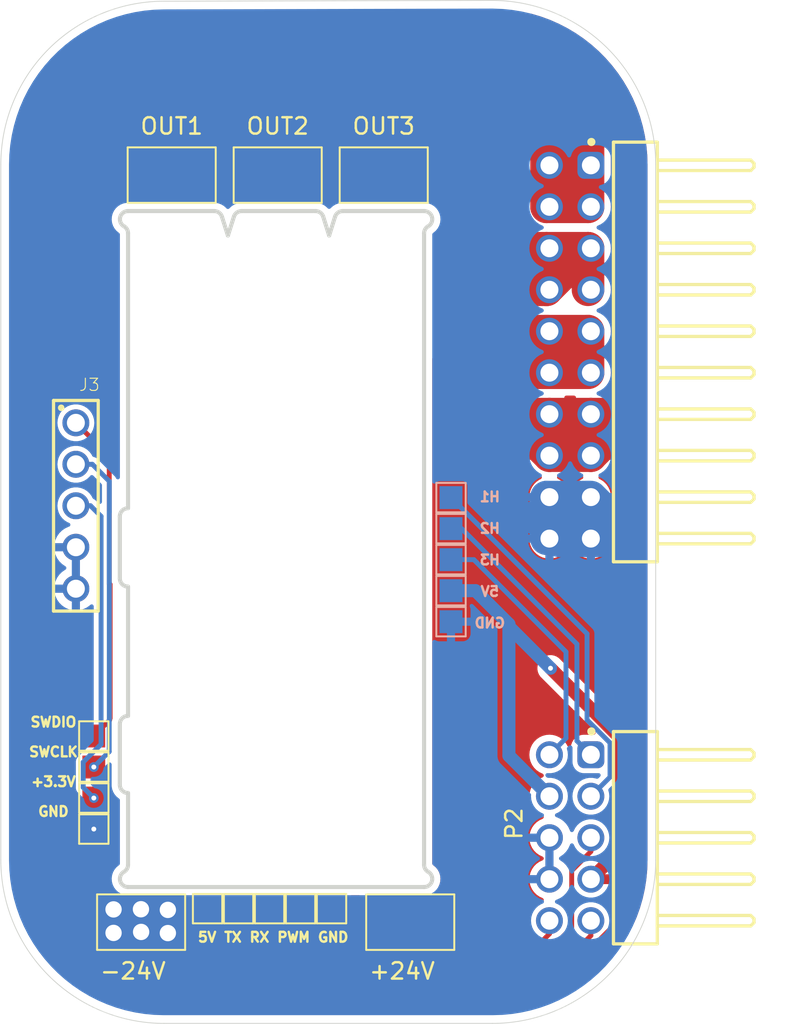
<source format=kicad_pcb>
(kicad_pcb (version 20240108) (generator "pcbnew") (generator_version "8.0")
  (layers (0 "F.Cu" signal) (31 "B.Cu" signal) (34 "B.Paste" user) (35 "F.Paste" user) (36 "B.SilkS" user "B.Silkscreen") (37 "F.SilkS" user "F.Silkscreen") (38 "B.Mask" user) (39 "F.Mask" user) (44 "Edge.Cuts" user))
  (property "ADDRESS1" "Not used")
  (property "ADDRESS2" "Not used")
  (property "ADDRESS3" "Not used")
  (property "ADDRESS4" "Not used")
  (property "APPLICATION_BUILDNUMBER" "Not used")
  (property "APPROVEDBY" "Not used")
  (property "AUTHOR" "Not used")
  (property "CHECKEDBY" "Not used")
  (property "CONFIGURATIONPARAMETERS" "")
  (property "CONFIGURATORNAME" "")
  (property "CURRENTDATE" "Not used")
  (property "CURRENTTIME" "Not used")
  (property "DOCUMENTFULLPATHANDNAME" "Not used")
  (property "DOCUMENTNAME" "Not used")
  (property "DOCUMENTNUMBER" "5")
  (property "DRAWNBY" "Not used")
  (property "ENGINEER" "Not used")
  (property "IMAGEPATH" "Not used")
  (property "ISUSERCONFIGURABLE" "")
  (property "MODIFIEDDATE" "Not used")
  (property "ORGANIZATION" "Not used")
  (property "PROJECTNAME" "Not used")
  (property "SHEETTOTAL" "6")
  (property "TIME" "Not used")
  (property "VERSIONCONTROL_PROJFOLDERREVNUMBER" "")
  (property "VERSIONCONTROL_REVNUMBER" "")
  (net 0 "")
  (net 1 "GND")
  (net 2 "SWDIO")
  (net 3 "UART_GND")
  (net 4 "3.3V")
  (net 5 "SWCLK")
  (net 6 "OUT3")
  (net 7 "OUT1")
  (net 8 "OUT2")
  (net 9 "H1")
  (net 10 "TX")
  (net 11 "H3")
  (net 12 "24V")
  (net 13 "PWM")
  (net 14 "5V")
  (net 15 "RX")
  (net 16 "H2")
  (footprint "Solderpads:Solder_Pad_5.0x3.0mm" (layer "F.Cu") (at 127.675 46.95)
    (property "Reference" "OUT1" (at 0 -3 0) (layer "F.SilkS"))
    (property "Value" "OUT1" (hide yes))
    (fp_line (start -2.7 -1.7) (end 2.7 -1.7) (stroke (width 0.12)) (layer "F.SilkS"))
    (fp_line (start -2.7 1.7) (end -2.7 -1.7) (stroke (width 0.12)) (layer "F.SilkS"))
    (fp_line (start 2.7 -1.7) (end 2.7 1.7) (stroke (width 0.12)) (layer "F.SilkS"))
    (fp_line (start 2.7 1.7) (end -2.7 1.7) (stroke (width 0.12)) (layer "F.SilkS"))
    (pad "1" smd rect (at 0 0) (size 5 3) (layers "F.Cu" "F.Mask") (net 7 "OUT1") (clearance 0.6))
  )
  (footprint "Eagle_WR-PHD (rev24c):61300511121" (layer "F.Cu") (at 121.8 67.2 -90)
    (property "Reference" "J3" (at -6.97 -1.515 0) (layer "F.SilkS") (effects (font (size 0.747776 0.747776) (thickness 0.065024)) (justify right bottom)))
    (property "Value" "~" (hide yes))
    (fp_line (start -6.45 1.37) (end -6.45 -1.37) (stroke (width 0.2)) (layer "F.SilkS"))
    (fp_line (start 6.45 1.37) (end -6.45 1.37) (stroke (width 0.2)) (layer "F.SilkS"))
    (fp_line (start -6.45 -1.37) (end 6.45 -1.37) (stroke (width 0.2)) (layer "F.SilkS"))
    (fp_line (start 6.45 -1.37) (end 6.45 1.37) (stroke (width 0.2)) (layer "F.SilkS"))
    (fp_circle (center -6 0.9) (end -5.9 0.9) (stroke (width 0.2)) (fill none) (layer "F.SilkS"))
    (pad "1" thru_hole circle (at -5.08 0 270) (size 1.65 1.65) (drill 1.1) (layers "*.Cu" "*.Mask") (net 2 "SWDIO"))
    (pad "2" thru_hole circle (at -2.54 0 270) (size 1.65 1.65) (drill 1.1) (layers "*.Cu" "*.Mask") (net 5 "SWCLK"))
    (pad "3" thru_hole circle (at 0 0 270) (size 1.65 1.65) (drill 1.1) (layers "*.Cu" "*.Mask") (net 4 "3.3V"))
    (pad "4" thru_hole circle (at 2.54 0 270) (size 1.65 1.65) (drill 1.1) (layers "*.Cu" "*.Mask") (net 1 "GND"))
    (pad "5" thru_hole circle (at 5.08 0 270) (size 1.65 1.65) (drill 1.1) (layers "*.Cu" "*.Mask") (net 1 "GND"))
  )
  (footprint "Solderpads:TestPoint_Pad_1.0x1.0mm" (layer "F.Cu") (at 129.875 91.875)
    (property "Reference" "5V" (at -0.025894 1.75 0) (layer "F.SilkS") (effects (font (size 0.6 0.6))))
    (property "Value" "TestPoint_Pad_1.4x1.4mm" (hide yes))
    (fp_line (start -0.9 -0.9) (end 0.9 -0.9) (stroke (width 0.12)) (layer "F.SilkS"))
    (fp_line (start -0.9 0.9) (end -0.9 -0.9) (stroke (width 0.12)) (layer "F.SilkS"))
    (fp_line (start 0.9 -0.9) (end 0.9 0.9) (stroke (width 0.12)) (layer "F.SilkS"))
    (fp_line (start 0.9 0.9) (end -0.9 0.9) (stroke (width 0.12)) (layer "F.SilkS"))
    (pad "1" smd rect (at 0 0) (size 1.4 1.4) (layers "F.Cu" "F.Mask") (net 14 "5V"))
  )
  (footprint "Solderpads:TestPoint_Pad_1.0x1.0mm" (layer "F.Cu") (at 137.475 91.875)
    (property "Reference" "GND" (at 0.099106 1.75 0) (layer "F.SilkS") (effects (font (size 0.6 0.6))))
    (property "Value" "TestPoint_Pad_1.4x1.4mm" (hide yes))
    (fp_line (start -0.9 -0.9) (end 0.9 -0.9) (stroke (width 0.12)) (layer "F.SilkS"))
    (fp_line (start -0.9 0.9) (end -0.9 -0.9) (stroke (width 0.12)) (layer "F.SilkS"))
    (fp_line (start 0.9 -0.9) (end 0.9 0.9) (stroke (width 0.12)) (layer "F.SilkS"))
    (fp_line (start 0.9 0.9) (end -0.9 0.9) (stroke (width 0.12)) (layer "F.SilkS"))
    (pad "1" smd rect (at 0 0) (size 1.4 1.4) (layers "F.Cu" "F.Mask") (net 3 "UART_GND"))
  )
  (footprint "Solderpads:Solder_Pad_5.0x3.0mm" (layer "F.Cu") (at 142.3 92.7)
    (property "Reference" "+24V" (at -0.5 3 180) (layer "F.SilkS"))
    (property "Value" "OUT1" (hide yes))
    (fp_line (start -2.7 -1.7) (end 2.7 -1.7) (stroke (width 0.12)) (layer "F.SilkS"))
    (fp_line (start -2.7 1.7) (end -2.7 -1.7) (stroke (width 0.12)) (layer "F.SilkS"))
    (fp_line (start 2.7 -1.7) (end 2.7 1.7) (stroke (width 0.12)) (layer "F.SilkS"))
    (fp_line (start 2.7 1.7) (end -2.7 1.7) (stroke (width 0.12)) (layer "F.SilkS"))
    (pad "1" smd rect (at 0 0) (size 5 3) (layers "F.Cu" "F.Mask") (net 12 "24V") (clearance 0.6))
  )
  (footprint "Solderpads:Solder_Pad_5.0x3.0mm" (layer "F.Cu") (at 125.8 92.7 180)
    (property "Reference" "-24V" (at 0.5 -3 180) (layer "F.SilkS"))
    (property "Value" "OUT1" (hide yes))
    (fp_line (start 2.7 1.7) (end -2.7 1.7) (stroke (width 0.12)) (layer "F.SilkS"))
    (fp_line (start 2.7 -1.7) (end 2.7 1.7) (stroke (width 0.12)) (layer "F.SilkS"))
    (fp_line (start -2.7 1.7) (end -2.7 -1.7) (stroke (width 0.12)) (layer "F.SilkS"))
    (fp_line (start -2.7 -1.7) (end 2.7 -1.7) (stroke (width 0.12)) (layer "F.SilkS"))
    (pad "1" smd rect (at 0 0 180) (size 5 3) (layers "F.Cu" "F.Mask") (net 1 "GND") (clearance 0.6))
  )
  (footprint "Solderpads:Solder_Pad_5.0x3.0mm" (layer "F.Cu") (at 140.675 46.95)
    (property "Reference" "OUT3" (at 0 -3 0) (layer "F.SilkS"))
    (property "Value" "OUT1" (hide yes))
    (fp_line (start -2.7 -1.7) (end 2.7 -1.7) (stroke (width 0.12)) (layer "F.SilkS"))
    (fp_line (start -2.7 1.7) (end -2.7 -1.7) (stroke (width 0.12)) (layer "F.SilkS"))
    (fp_line (start 2.7 -1.7) (end 2.7 1.7) (stroke (width 0.12)) (layer "F.SilkS"))
    (fp_line (start 2.7 1.7) (end -2.7 1.7) (stroke (width 0.12)) (layer "F.SilkS"))
    (pad "1" smd rect (at 0 0) (size 5 3) (layers "F.Cu" "F.Mask") (net 6 "OUT3") (clearance 0.6))
  )
  (footprint "Solderpads:Solder_Pad_5.0x3.0mm" (layer "F.Cu") (at 134.175 46.95)
    (property "Reference" "OUT2" (at 0 -3 0) (layer "F.SilkS"))
    (property "Value" "OUT1" (hide yes))
    (fp_line (start -2.7 -1.7) (end 2.7 -1.7) (stroke (width 0.12)) (layer "F.SilkS"))
    (fp_line (start -2.7 1.7) (end -2.7 -1.7) (stroke (width 0.12)) (layer "F.SilkS"))
    (fp_line (start 2.7 -1.7) (end 2.7 1.7) (stroke (width 0.12)) (layer "F.SilkS"))
    (fp_line (start 2.7 1.7) (end -2.7 1.7) (stroke (width 0.12)) (layer "F.SilkS"))
    (pad "1" smd rect (at 0 0) (size 5 3) (layers "F.Cu" "F.Mask") (net 8 "OUT2") (clearance 0.6))
  )
  (footprint "Solderpads:TestPoint_Pad_1.0x1.0mm" (layer "F.Cu") (at 135.575 91.875)
    (property "Reference" "PWM" (at -0.425 1.75 0) (layer "F.SilkS") (effects (font (size 0.6 0.6))))
    (property "Value" "TestPoint_Pad_1.4x1.4mm" (hide yes))
    (fp_line (start -0.9 -0.9) (end 0.9 -0.9) (stroke (width 0.12)) (layer "F.SilkS"))
    (fp_line (start -0.9 0.9) (end -0.9 -0.9) (stroke (width 0.12)) (layer "F.SilkS"))
    (fp_line (start 0.9 -0.9) (end 0.9 0.9) (stroke (width 0.12)) (layer "F.SilkS"))
    (fp_line (start 0.9 0.9) (end -0.9 0.9) (stroke (width 0.12)) (layer "F.SilkS"))
    (pad "1" smd rect (at 0 0) (size 1.4 1.4) (layers "F.Cu" "F.Mask") (net 13 "PWM"))
  )
  (footprint "B-G431B-ESC1:ESC_Adapter_pins_right_angle" (layer "F.Cu") (at 154.775 74.41 90)
    (property "Reference" "P2" (at -12.26 -6.11 90) (layer "F.SilkS"))
    (property "Value" "ESC_Adapter_pins_right_angle")
    (fp_line (start 3.78 -0.015) (end 29.48 -0.015) (stroke (width 0.2)) (layer "F.SilkS"))
    (fp_line (start -19.62 -0.015) (end -6.62 -0.015) (stroke (width 0.2)) (layer "F.SilkS"))
    (fp_line (start 29.48 2.675) (end 29.48 -0.015) (stroke (width 0.2)) (layer "F.SilkS"))
    (fp_line (start 3.78 2.675) (end 3.78 -0.015) (stroke (width 0.2)) (layer "F.SilkS"))
    (fp_line (start 3.78 2.675) (end 29.48 2.675) (stroke (width 0.2)) (layer "F.SilkS"))
    (fp_line (start -6.62 2.675) (end -6.62 -0.015) (stroke (width 0.2)) (layer "F.SilkS"))
    (fp_line (start -19.62 2.675) (end -19.62 -0.015) (stroke (width 0.2)) (layer "F.SilkS"))
    (fp_line (start -19.62 2.675) (end -6.62 2.675) (stroke (width 0.2)) (layer "F.SilkS"))
    (fp_line (start 28.38 8.4) (end 28.38 2.675) (stroke (width 0.2)) (layer "F.SilkS"))
    (fp_line (start 27.74 8.4) (end 27.74 2.675) (stroke (width 0.2)) (layer "F.SilkS"))
    (fp_line (start 27.74 8.4) (end 27.94 8.6) (stroke (width 0.2)) (layer "F.SilkS"))
    (fp_line (start 25.84 8.4) (end 25.84 2.675) (stroke (width 0.2)) (layer "F.SilkS"))
    (fp_line (start 25.2 8.4) (end 25.2 2.675) (stroke (width 0.2)) (layer "F.SilkS"))
    (fp_line (start 25.2 8.4) (end 25.4 8.6) (stroke (width 0.2)) (layer "F.SilkS"))
    (fp_line (start 23.3 8.4) (end 23.3 2.675) (stroke (width 0.2)) (layer "F.SilkS"))
    (fp_line (start 22.66 8.4) (end 22.66 2.675) (stroke (width 0.2)) (layer "F.SilkS"))
    (fp_line (start 22.66 8.4) (end 22.86 8.6) (stroke (width 0.2)) (layer "F.SilkS"))
    (fp_line (start 20.76 8.4) (end 20.76 2.675) (stroke (width 0.2)) (layer "F.SilkS"))
    (fp_line (start 20.12 8.4) (end 20.12 2.675) (stroke (width 0.2)) (layer "F.SilkS"))
    (fp_line (start 20.12 8.4) (end 20.32 8.6) (stroke (width 0.2)) (layer "F.SilkS"))
    (fp_line (start 18.22 8.4) (end 18.22 2.675) (stroke (width 0.2)) (layer "F.SilkS"))
    (fp_line (start 17.58 8.4) (end 17.58 2.675) (stroke (width 0.2)) (layer "F.SilkS"))
    (fp_line (start 17.58 8.4) (end 17.78 8.6) (stroke (width 0.2)) (layer "F.SilkS"))
    (fp_line (start 15.68 8.4) (end 15.68 2.675) (stroke (width 0.2)) (layer "F.SilkS"))
    (fp_line (start 15.04 8.4) (end 15.04 2.675) (stroke (width 0.2)) (layer "F.SilkS"))
    (fp_line (start 15.04 8.4) (end 15.24 8.6) (stroke (width 0.2)) (layer "F.SilkS"))
    (fp_line (start 13.14 8.4) (end 13.14 2.675) (stroke (width 0.2)) (layer "F.SilkS"))
    (fp_line (start 12.5 8.4) (end 12.5 2.675) (stroke (width 0.2)) (layer "F.SilkS"))
    (fp_line (start 12.5 8.4) (end 12.7 8.6) (stroke (width 0.2)) (layer "F.SilkS"))
    (fp_line (start 10.6 8.4) (end 10.6 2.675) (stroke (width 0.2)) (layer "F.SilkS"))
    (fp_line (start 9.96 8.4) (end 9.96 2.675) (stroke (width 0.2)) (layer "F.SilkS"))
    (fp_line (start 9.96 8.4) (end 10.16 8.6) (stroke (width 0.2)) (layer "F.SilkS"))
    (fp_line (start 8.06 8.4) (end 8.06 2.675) (stroke (width 0.2)) (layer "F.SilkS"))
    (fp_line (start 7.42 8.4) (end 7.42 2.675) (stroke (width 0.2)) (layer "F.SilkS"))
    (fp_line (start 7.42 8.4) (end 7.62 8.6) (stroke (width 0.2)) (layer "F.SilkS"))
    (fp_line (start 5.52 8.4) (end 5.52 2.675) (stroke (width 0.2)) (layer "F.SilkS"))
    (fp_line (start 4.88 8.4) (end 4.88 2.675) (stroke (width 0.2)) (layer "F.SilkS"))
    (fp_line (start 4.88 8.4) (end 5.08 8.6) (stroke (width 0.2)) (layer "F.SilkS"))
    (fp_line (start -7.72 8.4) (end -7.72 2.675) (stroke (width 0.2)) (layer "F.SilkS"))
    (fp_line (start -8.36 8.4) (end -8.36 2.675) (stroke (width 0.2)) (layer "F.SilkS"))
    (fp_line (start -8.36 8.4) (end -8.16 8.6) (stroke (width 0.2)) (layer "F.SilkS"))
    (fp_line (start -10.26 8.4) (end -10.26 2.675) (stroke (width 0.2)) (layer "F.SilkS"))
    (fp_line (start -10.9 8.4) (end -10.9 2.675) (stroke (width 0.2)) (layer "F.SilkS"))
    (fp_line (start -10.9 8.4) (end -10.7 8.6) (stroke (width 0.2)) (layer "F.SilkS"))
    (fp_line (start -12.8 8.4) (end -12.8 2.675) (stroke (width 0.2)) (layer "F.SilkS"))
    (fp_line (start -13.44 8.4) (end -13.44 2.675) (stroke (width 0.2)) (layer "F.SilkS"))
    (fp_line (start -13.44 8.4) (end -13.24 8.6) (stroke (width 0.2)) (layer "F.SilkS"))
    (fp_line (start -15.34 8.4) (end -15.34 2.675) (stroke (width 0.2)) (layer "F.SilkS"))
    (fp_line (start -15.98 8.4) (end -15.98 2.675) (stroke (width 0.2)) (layer "F.SilkS"))
    (fp_line (start -15.98 8.4) (end -15.78 8.6) (stroke (width 0.2)) (layer "F.SilkS"))
    (fp_line (start -17.88 8.4) (end -17.88 2.675) (stroke (width 0.2)) (layer "F.SilkS"))
    (fp_line (start -18.52 8.4) (end -18.52 2.675) (stroke (width 0.2)) (layer "F.SilkS"))
    (fp_line (start -18.52 8.4) (end -18.32 8.6) (stroke (width 0.2)) (layer "F.SilkS"))
    (fp_line (start 28.18 8.6) (end 28.38 8.4) (stroke (width 0.2)) (layer "F.SilkS"))
    (fp_line (start 27.94 8.6) (end 28.18 8.6) (stroke (width 0.2)) (layer "F.SilkS"))
    (fp_line (start 25.64 8.6) (end 25.84 8.4) (stroke (width 0.2)) (layer "F.SilkS"))
    (fp_line (start 25.4 8.6) (end 25.64 8.6) (stroke (width 0.2)) (layer "F.SilkS"))
    (fp_line (start 23.1 8.6) (end 23.3 8.4) (stroke (width 0.2)) (layer "F.SilkS"))
    (fp_line (start 22.86 8.6) (end 23.1 8.6) (stroke (width 0.2)) (layer "F.SilkS"))
    (fp_line (start 20.56 8.6) (end 20.76 8.4) (stroke (width 0.2)) (layer "F.SilkS"))
    (fp_line (start 20.32 8.6) (end 20.56 8.6) (stroke (width 0.2)) (layer "F.SilkS"))
    (fp_line (start 18.02 8.6) (end 18.22 8.4) (stroke (width 0.2)) (layer "F.SilkS"))
    (fp_line (start 17.78 8.6) (end 18.02 8.6) (stroke (width 0.2)) (layer "F.SilkS"))
    (fp_line (start 15.48 8.6) (end 15.68 8.4) (stroke (width 0.2)) (layer "F.SilkS"))
    (fp_line (start 15.24 8.6) (end 15.48 8.6) (stroke (width 0.2)) (layer "F.SilkS"))
    (fp_line (start 12.94 8.6) (end 13.14 8.4) (stroke (width 0.2)) (layer "F.SilkS"))
    (fp_line (start 12.7 8.6) (end 12.94 8.6) (stroke (width 0.2)) (layer "F.SilkS"))
    (fp_line (start 10.4 8.6) (end 10.6 8.4) (stroke (width 0.2)) (layer "F.SilkS"))
    (fp_line (start 10.16 8.6) (end 10.4 8.6) (stroke (width 0.2)) (layer "F.SilkS"))
    (fp_line (start 7.86 8.6) (end 8.06 8.4) (stroke (width 0.2)) (layer "F.SilkS"))
    (fp_line (start 7.62 8.6) (end 7.86 8.6) (stroke (width 0.2)) (layer "F.SilkS"))
    (fp_line (start 5.32 8.6) (end 5.52 8.4) (stroke (width 0.2)) (layer "F.SilkS"))
    (fp_line (start 5.08 8.6) (end 5.32 8.6) (stroke (width 0.2)) (layer "F.SilkS"))
    (fp_line (start -7.92 8.6) (end -7.72 8.4) (stroke (width 0.2)) (layer "F.SilkS"))
    (fp_line (start -8.16 8.6) (end -7.92 8.6) (stroke (width 0.2)) (layer "F.SilkS"))
    (fp_line (start -10.46 8.6) (end -10.26 8.4) (stroke (width 0.2)) (layer "F.SilkS"))
    (fp_line (start -10.7 8.6) (end -10.46 8.6) (stroke (width 0.2)) (layer "F.SilkS"))
    (fp_line (start -13 8.6) (end -12.8 8.4) (stroke (width 0.2)) (layer "F.SilkS"))
    (fp_line (start -13.24 8.6) (end -13 8.6) (stroke (width 0.2)) (layer "F.SilkS"))
    (fp_line (start -15.54 8.6) (end -15.34 8.4) (stroke (width 0.2)) (layer "F.SilkS"))
    (fp_line (start -15.78 8.6) (end -15.54 8.6) (stroke (width 0.2)) (layer "F.SilkS"))
    (fp_line (start -18.08 8.6) (end -17.88 8.4) (stroke (width 0.2)) (layer "F.SilkS"))
    (fp_line (start -18.32 8.6) (end -18.08 8.6) (stroke (width 0.2)) (layer "F.SilkS"))
    (fp_circle (center 29.49 -1.37) (end 29.49 -1.495) (stroke (width 0.25)) (fill none) (layer "F.SilkS"))
    (fp_circle (center -6.61 -1.37) (end -6.61 -1.495) (stroke (width 0.25)) (fill none) (layer "F.SilkS"))
    (pad "1" thru_hole roundrect (at 28.06 -1.4 90) (size 1.65 1.65) (drill 1.1) (layers "*.Cu" "*.Mask") (net 7 "OUT1"))
    (pad "2" thru_hole circle (at 28.06 -3.94 90) (size 1.65 1.65) (drill 1.1) (layers "*.Cu" "*.Mask") (net 7 "OUT1"))
    (pad "3" thru_hole circle (at 25.52 -1.4 90) (size 1.65 1.65) (drill 1.1) (layers "*.Cu" "*.Mask") (net 7 "OUT1"))
    (pad "4" thru_hole circle (at 25.52 -3.94 90) (size 1.65 1.65) (drill 1.1) (layers "*.Cu" "*.Mask") (net 7 "OUT1"))
    (pad "5" thru_hole circle (at 22.98 -1.4 90) (size 1.65 1.65) (drill 1.1) (layers "*.Cu" "*.Mask") (net 8 "OUT2"))
    (pad "6" thru_hole circle (at 22.98 -3.94 90) (size 1.65 1.65) (drill 1.1) (layers "*.Cu" "*.Mask") (net 8 "OUT2"))
    (pad "7" thru_hole circle (at 20.44 -1.4 90) (size 1.65 1.65) (drill 1.1) (layers "*.Cu" "*.Mask") (net 8 "OUT2"))
    (pad "8" thru_hole circle (at 20.44 -3.94 90) (size 1.65 1.65) (drill 1.1) (layers "*.Cu" "*.Mask") (net 8 "OUT2"))
    (pad "9" thru_hole circle (at 17.9 -1.4 90) (size 1.65 1.65) (drill 1.1) (layers "*.Cu" "*.Mask") (net 6 "OUT3"))
    (pad "10" thru_hole circle (at 17.9 -3.94 90) (size 1.65 1.65) (drill 1.1) (layers "*.Cu" "*.Mask") (net 6 "OUT3"))
    (pad "11" thru_hole circle (at 15.36 -1.4 90) (size 1.65 1.65) (drill 1.1) (layers "*.Cu" "*.Mask") (net 6 "OUT3"))
    (pad "12" thru_hole circle (at 15.36 -3.94 90) (size 1.65 1.65) (drill 1.1) (layers "*.Cu" "*.Mask") (net 6 "OUT3"))
    (pad "13" thru_hole circle (at 12.82 -1.4 90) (size 1.65 1.65) (drill 1.1) (layers "*.Cu" "*.Mask") (net 12 "24V"))
    (pad "14" thru_hole circle (at 12.82 -3.94 90) (size 1.65 1.65) (drill 1.1) (layers "*.Cu" "*.Mask") (net 12 "24V"))
    (pad "15" thru_hole circle (at 10.28 -1.4 90) (size 1.65 1.65) (drill 1.1) (layers "*.Cu" "*.Mask") (net 12 "24V"))
    (pad "16" thru_hole circle (at 10.28 -3.94 90) (size 1.65 1.65) (drill 1.1) (layers "*.Cu" "*.Mask") (net 12 "24V"))
    (pad "17" thru_hole circle (at 7.74 -1.4 90) (size 1.65 1.65) (drill 1.1) (layers "*.Cu" "*.Mask") (net 1 "GND"))
    (pad "18" thru_hole circle (at 7.74 -3.94 90) (size 1.65 1.65) (drill 1.1) (layers "*.Cu" "*.Mask") (net 1 "GND"))
    (pad "19" thru_hole circle (at 5.2 -1.4 90) (size 1.65 1.65) (drill 1.1) (layers "*.Cu" "*.Mask") (net 1 "GND"))
    (pad "20" thru_hole circle (at 5.2 -3.94 90) (size 1.65 1.65) (drill 1.1) (layers "*.Cu" "*.Mask") (net 1 "GND"))
    (pad "21" thru_hole roundrect (at -8.04 -1.4 90) (size 1.65 1.65) (drill 1.1) (layers "*.Cu" "*.Mask") (net 16 "H2"))
    (pad "22" thru_hole circle (at -8.04 -3.94 90) (size 1.65 1.65) (drill 1.1) (layers "*.Cu" "*.Mask") (net 11 "H3"))
    (pad "23" thru_hole circle (at -10.58 -1.4 90) (size 1.65 1.65) (drill 1.1) (layers "*.Cu" "*.Mask") (net 9 "H1"))
    (pad "24" thru_hole circle (at -10.58 -3.94 90) (size 1.65 1.65) (drill 1.1) (layers "*.Cu" "*.Mask") (net 14 "5V"))
    (pad "25" thru_hole circle (at -13.12 -1.4 90) (size 1.65 1.65) (drill 1.1) (layers "*.Cu" "*.Mask") (net 15 "RX"))
    (pad "26" thru_hole circle (at -13.12 -3.94 90) (size 1.65 1.65) (drill 1.1) (layers "*.Cu" "*.Mask") (net 1 "GND"))
    (pad "27" thru_hole circle (at -15.66 -1.4 90) (size 1.65 1.65) (drill 1.1) (layers "*.Cu" "*.Mask") (net 14 "5V"))
    (pad "28" thru_hole circle (at -15.66 -3.94 90) (size 1.65 1.65) (drill 1.1) (layers "*.Cu" "*.Mask") (net 1 "GND"))
    (pad "29" thru_hole circle (at -18.2 -1.4 90) (size 1.65 1.65) (drill 1.1) (layers "*.Cu" "*.Mask") (net 10 "TX"))
    (pad "30" thru_hole circle (at -18.2 -3.94 90) (size 1.65 1.65) (drill 1.1) (layers "*.Cu" "*.Mask") (net 13 "PWM"))
  )
  (footprint "Solderpads:TestPoint_Pad_1.0x1.0mm" (layer "F.Cu") (at 122.9 81.3 -90)
    (property "Reference" "SWDIO" (at -0.85 2.475 0) (layer "F.SilkS") (effects (font (size 0.6 0.6))))
    (property "Value" "TestPoint_Pad_1.4x1.4mm" (hide yes))
    (fp_line (start -0.9 0.9) (end -0.9 -0.9) (stroke (width 0.12)) (layer "F.SilkS"))
    (fp_line (start 0.9 0.9) (end -0.9 0.9) (stroke (width 0.12)) (layer "F.SilkS"))
    (fp_line (start -0.9 -0.9) (end 0.9 -0.9) (stroke (width 0.12)) (layer "F.SilkS"))
    (fp_line (start 0.9 -0.9) (end 0.9 0.9) (stroke (width 0.12)) (layer "F.SilkS"))
    (pad "1" smd rect (at 0 0 270) (size 1.4 1.4) (layers "F.Cu" "F.Mask") (net 2 "SWDIO"))
  )
  (footprint "Solderpads:TestPoint_Pad_1.0x1.0mm" (layer "F.Cu") (at 131.775 91.875)
    (property "Reference" "TX" (at -0.344643 1.75 0) (layer "F.SilkS") (effects (font (size 0.6 0.6))))
    (property "Value" "TestPoint_Pad_1.4x1.4mm" (hide yes))
    (fp_line (start -0.9 -0.9) (end 0.9 -0.9) (stroke (width 0.12)) (layer "F.SilkS"))
    (fp_line (start -0.9 0.9) (end -0.9 -0.9) (stroke (width 0.12)) (layer "F.SilkS"))
    (fp_line (start 0.9 -0.9) (end 0.9 0.9) (stroke (width 0.12)) (layer "F.SilkS"))
    (fp_line (start 0.9 0.9) (end -0.9 0.9) (stroke (width 0.12)) (layer "F.SilkS"))
    (pad "1" smd rect (at 0 0) (size 1.4 1.4) (layers "F.Cu" "F.Mask") (net 10 "TX"))
  )
  (footprint "Solderpads:TestPoint_Pad_1.0x1.0mm" (layer "F.Cu") (at 122.9 87 -90)
    (property "Reference" "GND" (at -1.075 2.475 180) (layer "F.SilkS") (effects (font (size 0.6 0.6))))
    (property "Value" "TestPoint_Pad_1.4x1.4mm" (hide yes))
    (fp_line (start -0.9 0.9) (end -0.9 -0.9) (stroke (width 0.12)) (layer "F.SilkS"))
    (fp_line (start 0.9 0.9) (end -0.9 0.9) (stroke (width 0.12)) (layer "F.SilkS"))
    (fp_line (start -0.9 -0.9) (end 0.9 -0.9) (stroke (width 0.12)) (layer "F.SilkS"))
    (fp_line (start 0.9 -0.9) (end 0.9 0.9) (stroke (width 0.12)) (layer "F.SilkS"))
    (pad "1" smd rect (at 0 0 270) (size 1.4 1.4) (layers "F.Cu" "F.Mask") (net 1 "GND"))
  )
  (footprint "Solderpads:TestPoint_Pad_1.0x1.0mm" (layer "F.Cu") (at 122.9 83.2 -90)
    (property "Reference" "SWCLK" (at -0.925 2.475 0) (layer "F.SilkS") (effects (font (size 0.6 0.6))))
    (property "Value" "TestPoint_Pad_1.4x1.4mm" (hide yes))
    (fp_line (start -0.9 0.9) (end -0.9 -0.9) (stroke (width 0.12)) (layer "F.SilkS"))
    (fp_line (start 0.9 0.9) (end -0.9 0.9) (stroke (width 0.12)) (layer "F.SilkS"))
    (fp_line (start -0.9 -0.9) (end 0.9 -0.9) (stroke (width 0.12)) (layer "F.SilkS"))
    (fp_line (start 0.9 -0.9) (end 0.9 0.9) (stroke (width 0.12)) (layer "F.SilkS"))
    (pad "1" smd rect (at 0 0 270) (size 1.4 1.4) (layers "F.Cu" "F.Mask") (net 5 "SWCLK"))
  )
  (footprint "Solderpads:TestPoint_Pad_1.0x1.0mm" (layer "F.Cu") (at 122.9 85.1 -90)
    (property "Reference" "+3.3V" (at -1 2.475 0) (layer "F.SilkS") (effects (font (size 0.6 0.6))))
    (property "Value" "TestPoint_Pad_1.4x1.4mm" (hide yes))
    (fp_line (start -0.9 0.9) (end -0.9 -0.9) (stroke (width 0.12)) (layer "F.SilkS"))
    (fp_line (start 0.9 0.9) (end -0.9 0.9) (stroke (width 0.12)) (layer "F.SilkS"))
    (fp_line (start -0.9 -0.9) (end 0.9 -0.9) (stroke (width 0.12)) (layer "F.SilkS"))
    (fp_line (start 0.9 -0.9) (end 0.9 0.9) (stroke (width 0.12)) (layer "F.SilkS"))
    (pad "1" smd rect (at 0 0 270) (size 1.4 1.4) (layers "F.Cu" "F.Mask") (net 4 "3.3V"))
  )
  (footprint "Solderpads:TestPoint_Pad_1.0x1.0mm" (layer "F.Cu") (at 133.675 91.875)
    (property "Reference" "RX" (at -0.620536 1.75 0) (layer "F.SilkS") (effects (font (size 0.6 0.6))))
    (property "Value" "TestPoint_Pad_1.4x1.4mm" (hide yes))
    (fp_line (start -0.9 -0.9) (end 0.9 -0.9) (stroke (width 0.12)) (layer "F.SilkS"))
    (fp_line (start -0.9 0.9) (end -0.9 -0.9) (stroke (width 0.12)) (layer "F.SilkS"))
    (fp_line (start 0.9 -0.9) (end 0.9 0.9) (stroke (width 0.12)) (layer "F.SilkS"))
    (fp_line (start 0.9 0.9) (end -0.9 0.9) (stroke (width 0.12)) (layer "F.SilkS"))
    (pad "1" smd rect (at 0 0) (size 1.4 1.4) (layers "F.Cu" "F.Mask") (net 15 "RX"))
  )
  (footprint "Solderpads:TestPoint_Pad_1.0x1.0mm" (layer "B.Cu") (at 144.8 74.3 90)
    (property "Reference" "GND" (at -0.08125 2.380714 0) (layer "B.SilkS") (effects (font (size 0.6 0.6)) (justify mirror)))
    (property "Value" "TestPoint_Pad_1.4x1.4mm" (hide yes))
    (fp_line (start 0.9 -0.9) (end 0.9 0.9) (stroke (width 0.12)) (layer "B.SilkS"))
    (fp_line (start -0.9 -0.9) (end 0.9 -0.9) (stroke (width 0.12)) (layer "B.SilkS"))
    (fp_line (start 0.9 0.9) (end -0.9 0.9) (stroke (width 0.12)) (layer "B.SilkS"))
    (fp_line (start -0.9 0.9) (end -0.9 -0.9) (stroke (width 0.12)) (layer "B.SilkS"))
    (pad "1" smd rect (at 0 0 90) (size 1.4 1.4) (layers "B.Cu" "B.Mask") (net 1 "GND"))
  )
  (footprint "Solderpads:TestPoint_Pad_1.0x1.0mm" (layer "B.Cu") (at 144.8 68.6 90)
    (property "Reference" "H2" (at 0.0125 2.380714 0) (layer "B.SilkS") (effects (font (size 0.6 0.6)) (justify mirror)))
    (property "Value" "TestPoint_Pad_1.4x1.4mm" (hide yes))
    (fp_line (start 0.9 -0.9) (end 0.9 0.9) (stroke (width 0.12)) (layer "B.SilkS"))
    (fp_line (start -0.9 -0.9) (end 0.9 -0.9) (stroke (width 0.12)) (layer "B.SilkS"))
    (fp_line (start 0.9 0.9) (end -0.9 0.9) (stroke (width 0.12)) (layer "B.SilkS"))
    (fp_line (start -0.9 0.9) (end -0.9 -0.9) (stroke (width 0.12)) (layer "B.SilkS"))
    (pad "1" smd rect (at 0 0 90) (size 1.4 1.4) (layers "B.Cu" "B.Mask") (net 16 "H2"))
  )
  (footprint "Solderpads:TestPoint_Pad_1.0x1.0mm" (layer "B.Cu") (at 144.8 72.4 90)
    (property "Reference" "5V" (at -0.05 2.380714 0) (layer "B.SilkS") (effects (font (size 0.6 0.6)) (justify mirror)))
    (property "Value" "TestPoint_Pad_1.4x1.4mm" (hide yes))
    (fp_line (start 0.9 -0.9) (end 0.9 0.9) (stroke (width 0.12)) (layer "B.SilkS"))
    (fp_line (start -0.9 -0.9) (end 0.9 -0.9) (stroke (width 0.12)) (layer "B.SilkS"))
    (fp_line (start 0.9 0.9) (end -0.9 0.9) (stroke (width 0.12)) (layer "B.SilkS"))
    (fp_line (start -0.9 0.9) (end -0.9 -0.9) (stroke (width 0.12)) (layer "B.SilkS"))
    (pad "1" smd rect (at 0 0 90) (size 1.4 1.4) (layers "B.Cu" "B.Mask") (net 14 "5V"))
  )
  (footprint "Solderpads:TestPoint_Pad_1.0x1.0mm" (layer "B.Cu") (at 144.8 66.7 90)
    (property "Reference" "H1" (at 0.04375 2.380714 0) (layer "B.SilkS") (effects (font (size 0.6 0.6)) (justify mirror)))
    (property "Value" "TestPoint_Pad_1.4x1.4mm" (hide yes))
    (fp_line (start 0.9 -0.9) (end 0.9 0.9) (stroke (width 0.12)) (layer "B.SilkS"))
    (fp_line (start -0.9 -0.9) (end 0.9 -0.9) (stroke (width 0.12)) (layer "B.SilkS"))
    (fp_line (start 0.9 0.9) (end -0.9 0.9) (stroke (width 0.12)) (layer "B.SilkS"))
    (fp_line (start -0.9 0.9) (end -0.9 -0.9) (stroke (width 0.12)) (layer "B.SilkS"))
    (pad "1" smd rect (at 0 0 90) (size 1.4 1.4) (layers "B.Cu" "B.Mask") (net 9 "H1"))
  )
  (footprint "Solderpads:TestPoint_Pad_1.0x1.0mm" (layer "B.Cu") (at 144.8 70.5 90)
    (property "Reference" "H3" (at -0.01875 2.380714 0) (layer "B.SilkS") (effects (font (size 0.6 0.6)) (justify mirror)))
    (property "Value" "TestPoint_Pad_1.4x1.4mm" (hide yes))
    (fp_line (start 0.9 -0.9) (end 0.9 0.9) (stroke (width 0.12)) (layer "B.SilkS"))
    (fp_line (start -0.9 -0.9) (end 0.9 -0.9) (stroke (width 0.12)) (layer "B.SilkS"))
    (fp_line (start 0.9 0.9) (end -0.9 0.9) (stroke (width 0.12)) (layer "B.SilkS"))
    (fp_line (start -0.9 0.9) (end -0.9 -0.9) (stroke (width 0.12)) (layer "B.SilkS"))
    (pad "1" smd rect (at 0 0 90) (size 1.4 1.4) (layers "B.Cu" "B.Mask") (net 11 "H3"))
  )
  (gr_arc (start 157.35 88.9) (mid 154.421068 95.971068) (end 147.35 98.9) (stroke (width 0.05)) (layer "Edge.Cuts"))
  (gr_arc (start 125 90.55) (mid 124.517017 90.179411) (end 124.75 89.616987) (stroke (width 0.25)) (layer "Edge.Cuts"))
  (gr_arc (start 143.4 89.616987) (mid 143.632953 90.179411) (end 143.15 90.55) (stroke (width 0.25)) (layer "Edge.Cuts"))
  (gr_line (start 157.350124 46.3) (end 157.35 88.9) (stroke (width 0.05)) (layer "Edge.Cuts"))
  (gr_line (start 136.967037 49.500066) (end 137.3285 50.65) (stroke (width 0.25)) (layer "Edge.Cuts"))
  (gr_arc (start 117.2 46.3) (mid 120.128932 39.228932) (end 127.2 36.3) (stroke (width 0.05)) (layer "Edge.Cuts"))
  (gr_arc (start 131.489044 49.498188) (mid 131.67042 49.246358) (end 131.96544 49.15) (stroke (width 0.25)) (layer "Edge.Cuts"))
  (gr_arc (start 125 89.183975) (mid 124.933024 89.433986) (end 124.75 89.616987) (stroke (width 0.25)) (layer "Edge.Cuts"))
  (gr_arc (start 124.9945 72.15) (mid 124.640934 72.00356) (end 124.4945 71.65) (stroke (width 0.25)) (layer "Edge.Cuts"))
  (gr_line (start 125 84.79) (end 125 89.183975) (stroke (width 0.25)) (layer "Edge.Cuts"))
  (gr_line (start 137.3285 50.65) (end 137.689963 49.500066) (stroke (width 0.25)) (layer "Edge.Cuts"))
  (gr_line (start 143.15 50.516025) (end 143.15 89.183975) (stroke (width 0.25)) (layer "Edge.Cuts"))
  (gr_arc (start 136.490047 49.15) (mid 136.785847 49.246933) (end 136.967037 49.500066) (stroke (width 0.25)) (layer "Edge.Cuts"))
  (gr_arc (start 127.2 98.9) (mid 120.128932 95.971068) (end 117.2 88.9) (stroke (width 0.05)) (layer "Edge.Cuts"))
  (gr_arc (start 124.9945 84.79) (mid 124.640934 84.64356) (end 124.4945 84.29) (stroke (width 0.25)) (layer "Edge.Cuts"))
  (gr_arc (start 124.4945 80.57) (mid 124.640948 80.216454) (end 124.9945 80.07) (stroke (width 0.25)) (layer "Edge.Cuts"))
  (gr_line (start 136.490047 49.15) (end 131.96544 49.15) (stroke (width 0.25)) (layer "Edge.Cuts"))
  (gr_arc (start 124.75 50.083013) (mid 124.517027 49.520592) (end 125 49.15) (stroke (width 0.25)) (layer "Edge.Cuts"))
  (gr_line (start 143.15 90.55) (end 125 90.55) (stroke (width 0.25)) (layer "Edge.Cuts"))
  (gr_line (start 130.27856 49.15) (end 125 49.15) (stroke (width 0.25)) (layer "Edge.Cuts"))
  (gr_line (start 127.2 36.3) (end 147.35 36.25) (stroke (width 0.05)) (layer "Edge.Cuts"))
  (gr_line (start 130.754956 49.498188) (end 131.122 50.65) (stroke (width 0.25)) (layer "Edge.Cuts"))
  (gr_arc (start 124.4945 67.85) (mid 124.640948 67.496454) (end 124.9945 67.35) (stroke (width 0.25)) (layer "Edge.Cuts"))
  (gr_line (start 143.15 49.15) (end 138.166953 49.15) (stroke (width 0.25)) (layer "Edge.Cuts"))
  (gr_line (start 131.122 50.65) (end 131.489044 49.498188) (stroke (width 0.25)) (layer "Edge.Cuts"))
  (gr_arc (start 143.15 49.15) (mid 143.632943 49.520592) (end 143.4 50.083013) (stroke (width 0.25)) (layer "Edge.Cuts"))
  (gr_line (start 125 50.516025) (end 125 67.35) (stroke (width 0.25)) (layer "Edge.Cuts"))
  (gr_arc (start 130.27856 49.15) (mid 130.573607 49.246318) (end 130.754956 49.498188) (stroke (width 0.25)) (layer "Edge.Cuts"))
  (gr_line (start 124.4945 84.29) (end 124.4945 80.57) (stroke (width 0.25)) (layer "Edge.Cuts"))
  (gr_line (start 125 72.15) (end 125 80.07) (stroke (width 0.25)) (layer "Edge.Cuts"))
  (gr_arc (start 137.689963 49.500066) (mid 137.871107 49.246888) (end 138.166953 49.15) (stroke (width 0.25)) (layer "Edge.Cuts"))
  (gr_arc (start 124.75 50.083013) (mid 124.933033 50.266022) (end 125 50.516025) (stroke (width 0.25)) (layer "Edge.Cuts"))
  (gr_arc (start 143.15 50.516025) (mid 143.216979 50.266019) (end 143.4 50.083013) (stroke (width 0.25)) (layer "Edge.Cuts"))
  (gr_line (start 117.2 88.9) (end 117.2 46.3) (stroke (width 0.05)) (layer "Edge.Cuts"))
  (gr_arc (start 147.35 36.25) (mid 154.424167 39.211189) (end 157.350124 46.3) (stroke (width 0.05)) (layer "Edge.Cuts"))
  (gr_arc (start 143.4 89.616987) (mid 143.216988 89.433971) (end 143.15 89.183975) (stroke (width 0.25)) (layer "Edge.Cuts"))
  (gr_line (start 147.35 98.9) (end 127.2 98.9) (stroke (width 0.05)) (layer "Edge.Cuts"))
  (gr_line (start 124.4945 67.85) (end 124.4945 71.65) (stroke (width 0.25)) (layer "Edge.Cuts"))
  (segment (start 125.8 92.7) (end 124.9 92.7) (width 2) (layer "F.Cu") (net 1))
  (via (at 124.11 91.92) (size 1.2) (drill 1) (layers "F.Cu" "B.Cu") (net 1))
  (via (at 125.79 91.91) (size 1.2) (drill 1) (layers "F.Cu" "B.Cu") (net 1))
  (via (at 127.44 91.95) (size 1.2) (drill 1) (layers "F.Cu" "B.Cu") (net 1))
  (via (at 122.9 87) (size 0.6) (drill 0.3) (layers "F.Cu" "B.Cu") (net 1))
  (via (at 127.44 93.37) (size 1.2) (drill 1) (layers "F.Cu" "B.Cu") (net 1))
  (via (at 124.11 93.36) (size 1.2) (drill 1) (layers "F.Cu" "B.Cu") (net 1))
  (via (at 125.8 93.3) (size 1.2) (drill 1) (layers "F.Cu" "B.Cu") (net 1))
  (segment (start 155.25 68.545) (end 153.375 66.67) (width 2) (layer "B.Cu") (net 1))
  (segment (start 153.2 69.21) (end 150.66 69.21) (width 2) (layer "B.Cu") (net 1))
  (segment (start 149.99 67.88) (end 151.45 69.34) (width 2) (layer "B.Cu") (net 1))
  (segment (start 153.2 66.67) (end 150.66 66.67) (width 2) (layer "B.Cu") (net 1))
  (segment (start 150.66 67.88) (end 150.66 69.21) (width 2) (layer "B.Cu") (net 1))
  (segment (start 153.2 66.67) (end 153.2 69.21) (width 2) (layer "B.Cu") (net 1))
  (segment (start 151.45 69.34) (end 155.25 69.34) (width 2) (layer "B.Cu") (net 1))
  (segment (start 150.66 67.88) (end 149.99 67.88) (width 2) (layer "B.Cu") (net 1))
  (segment (start 155.25 69.34) (end 155.25 68.545) (width 2) (layer "B.Cu") (net 1))
  (segment (start 150.66 69.21) (end 153.2 66.67) (width 2) (layer "B.Cu") (net 1))
  (segment (start 150.66 66.67) (end 150.66 67.88) (width 2) (layer "B.Cu") (net 1))
  (segment (start 123.9 72.019584) (end 123.8445 71.964084) (width 0.3) (layer "F.Cu") (net 2))
  (segment (start 123.8445 71.964084) (end 123.8445 64.1645) (width 0.3) (layer "F.Cu") (net 2))
  (segment (start 123.8445 64.1645) (end 121.8 62.12) (width 0.3) (layer "F.Cu") (net 2))
  (segment (start 123.9 80.200416) (end 123.9 72.019584) (width 0.3) (layer "F.Cu") (net 2))
  (segment (start 122.9 81.3) (end 123.86355 80.33645) (width 0.3) (layer "F.Cu") (net 2))
  (segment (start 123.86355 80.33645) (end 123.9 80.200416) (width 0.3) (layer "F.Cu") (net 2))
  (segment (start 137.475 91.875) (end 137.65 92.05) (width 0.3) (layer "F.Cu") (net 3))
  (segment (start 137.475 91.875) (end 137.475 91.825) (width 0.3) (layer "F.Cu") (net 3))
  (segment (start 137.475 91.825) (end 137.5 91.8) (width 0.3) (layer "F.Cu") (net 3))
  (via (at 122.9 85.1) (size 0.6) (drill 0.3) (layers "F.Cu" "B.Cu") (net 4))
  (segment (start 122.25 82.9) (end 123.3445 81.8055) (width 0.3) (layer "B.Cu") (net 4))
  (segment (start 122.25 84.45) (end 122.25 82.9) (width 0.3) (layer "B.Cu") (net 4))
  (segment (start 122.7 67.2) (end 121.8 67.2) (width 0.3) (layer "B.Cu") (net 4))
  (segment (start 123.3445 81.8055) (end 123.3445 67.8445) (width 0.3) (layer "B.Cu") (net 4))
  (segment (start 123.3445 67.8445) (end 122.7 67.2) (width 0.3) (layer "B.Cu") (net 4))
  (segment (start 122.9 85.1) (end 122.25 84.45) (width 0.3) (layer "B.Cu") (net 4))
  (via (at 122.9 83.2) (size 0.6) (drill 0.3) (layers "F.Cu" "B.Cu") (net 5))
  (segment (start 123.8445 82.2555) (end 123.8445 80.300761) (width 0.3) (layer "B.Cu") (net 5))
  (segment (start 123.8445 71.919239) (end 123.8445 67.580761) (width 0.3) (layer "B.Cu") (net 5))
  (segment (start 123.8445 67.580761) (end 123.85 67.575261) (width 0.3) (layer "B.Cu") (net 5))
  (segment (start 122.9 83.2) (end 123.8445 82.2555) (width 0.3) (layer "B.Cu") (net 5))
  (segment (start 123.85 67.575261) (end 123.85 65.7) (width 0.3) (layer "B.Cu") (net 5))
  (segment (start 123.85 80.295261) (end 123.85 71.924739) (width 0.3) (layer "B.Cu") (net 5))
  (segment (start 123.85 71.924739) (end 123.8445 71.919239) (width 0.3) (layer "B.Cu") (net 5))
  (segment (start 123.8445 80.300761) (end 123.85 80.295261) (width 0.3) (layer "B.Cu") (net 5))
  (segment (start 123.85 65.7) (end 122.81 64.66) (width 0.3) (layer "B.Cu") (net 5))
  (segment (start 122.81 64.66) (end 121.8 64.66) (width 0.3) (layer "B.Cu") (net 5))
  (segment (start 145.173026 57.573026) (end 145.75 58.15) (width 2) (layer "F.Cu") (net 6))
  (segment (start 143.307361 46.95) (end 140.675 46.95) (width 2) (layer "F.Cu") (net 6))
  (segment (start 150.66 59.05) (end 153.2 56.51) (width 2) (layer "F.Cu") (net 6))
  (segment (start 145.173026 48.815665) (end 143.307361 46.95) (width 2) (layer "F.Cu") (net 6))
  (segment (start 153.2 56.51) (end 153.2 59.05) (width 2) (layer "F.Cu") (net 6))
  (segment (start 145.75 58.15) (end 148.95 58.15) (width 2) (layer "F.Cu") (net 6))
  (segment (start 145.173026 55.2) (end 145.173026 48.815665) (width 2) (layer "F.Cu") (net 6))
  (segment (start 146.65 59.05) (end 145.173026 57.573026) (width 2) (layer "F.Cu") (net 6))
  (segment (start 150.66 57.81) (end 150.66 56.51) (width 2) (layer "F.Cu") (net 6))
  (segment (start 150.66 59.05) (end 146.65 59.05) (width 2) (layer "F.Cu") (net 6))
  (segment (start 145.173026 57.573026) (end 145.173026 55.2) (width 2) (layer "F.Cu") (net 6))
  (segment (start 146.483026 56.51) (end 145.173026 55.2) (width 2) (layer "F.Cu") (net 6))
  (segment (start 150.66 56.51) (end 146.483026 56.51) (width 2) (layer "F.Cu") (net 6))
  (segment (start 151.28 58.43) (end 150.66 57.81) (width 2) (layer "F.Cu") (net 6))
  (segment (start 153.2 59.05) (end 150.66 59.05) (width 2) (layer "F.Cu") (net 6))
  (segment (start 150.66 56.51) (end 153.2 56.51) (width 2) (layer "F.Cu") (net 6))
  (segment (start 153.2 43.55) (end 148.25 38.6) (width 3) (layer "F.Cu") (net 7))
  (segment (start 148.25 38.6) (end 145.9 38.6) (width 3) (layer "F.Cu") (net 7))
  (segment (start 153.2 48.89) (end 153.2 46.35) (width 2) (layer "F.Cu") (net 7))
  (segment (start 150.66 43.36) (end 145.9 38.6) (width 3) (layer "F.Cu") (net 7))
  (segment (start 153.2 43.55) (end 152.1 44.65) (width 2) (layer "F.Cu") (net 7))
  (segment (start 153.2 43.55) (end 153.2 46.35) (width 2) (layer "F.Cu") (net 7))
  (segment (start 150.66 48.89) (end 153.2 48.89) (width 2) (layer "F.Cu") (net 7))
  (segment (start 127.675 44.725) (end 127.675 45.225) (width 3) (layer "F.Cu") (net 7))
  (segment (start 127.675 46.95) (end 127.675 45.225) (width 2) (layer "F.Cu") (net 7))
  (segment (start 150.66 46.35) (end 150.66 43.36) (width 2) (layer "F.Cu") (net 7))
  (segment (start 145.9 38.6) (end 133.8 38.6) (width 3) (layer "F.Cu") (net 7))
  (segment (start 152.1 44.65) (end 151.8 44.65) (width 2) (layer "F.Cu") (net 7))
  (segment (start 133.8 38.6) (end 127.675 44.725) (width 3) (layer "F.Cu") (net 7))
  (segment (start 150.66 46.35) (end 150.66 48.89) (width 2) (layer "F.Cu") (net 7))
  (segment (start 153.2 46.35) (end 150.66 48.89) (width 2) (layer "F.Cu") (net 7))
  (segment (start 153.2 46.35) (end 150.66 46.35) (width 2) (layer "F.Cu") (net 7))
  (segment (start 148.05 53.3) (end 148.05 46.25) (width 2) (layer "F.Cu") (net 8))
  (segment (start 135.3 42.3) (end 144.1 42.3) (width 3) (layer "F.Cu") (net 8))
  (segment (start 150.66 51.43) (end 150.66 53.97) (width 2) (layer "F.Cu") (net 8))
  (segment (start 150.66 51.43) (end 153.2 51.43) (width 2) (layer "F.Cu") (net 8))
  (segment (start 149.4 51.4) (end 149.4 52.55) (width 2) (layer "F.Cu") (net 8))
  (segment (start 150.66 53.97) (end 148.72 53.97) (width 2) (layer "F.Cu") (net 8))
  (segment (start 134.175 43.425) (end 135.3 42.3) (width 3) (layer "F.Cu") (net 8))
  (segment (start 149.1 51.1) (end 149.4 51.4) (width 2) (layer "F.Cu") (net 8))
  (segment (start 134.175 46.95) (end 134.175 44.975) (width 2) (layer "F.Cu") (net 8))
  (segment (start 134.175 44.975) (end 134.175 43.425) (width 3) (layer "F.Cu") (net 8))
  (segment (start 150.66 51.43) (end 149.43 51.43) (width 2) (layer "F.Cu") (net 8))
  (segment (start 153.2 51.43) (end 153.2 53.97) (width 2) (layer "F.Cu") (net 8))
  (segment (start 148.72 53.97) (end 148.05 53.3) (width 2) (layer "F.Cu") (net 8))
  (segment (start 149.43 51.43) (end 149.1 51.1) (width 2) (layer "F.Cu") (net 8))
  (segment (start 144.1 42.3) (end 147.3 45.5) (width 3) (layer "F.Cu") (net 8))
  (segment (start 150.66 53.97) (end 153.2 51.43) (width 2) (layer "F.Cu") (net 8))
  (segment (start 153.14 80.31166) (end 154.55 81.72166) (width 0.3) (layer "B.Cu") (net 9))
  (segment (start 153.14 75.04) (end 153.14 80.31166) (width 0.3) (layer "B.Cu") (net 9))
  (segment (start 154.55 83.815) (end 153.375 84.99) (width 0.3) (layer "B.Cu") (net 9))
  (segment (start 154.55 81.72166) (end 154.55 83.815) (width 0.3) (layer "B.Cu") (net 9))
  (segment (start 144.8 66.7) (end 153.14 75.04) (width 0.3) (layer "B.Cu") (net 9))
  (segment (start 149.87942 96.85) (end 150.132102 96.767898) (width 0.3) (layer "F.Cu") (net 10))
  (segment (start 150.132102 96.767898) (end 153.375 93.525) (width 0.3) (layer "F.Cu") (net 10))
  (segment (start 131.775 91.875) (end 131.775 96.225) (width 0.3) (layer "F.Cu") (net 10))
  (segment (start 132.4 96.85) (end 149.87942 96.85) (width 0.3) (layer "F.Cu") (net 10))
  (segment (start 131.775 96.225) (end 132.4 96.85) (width 0.3) (layer "F.Cu") (net 10))
  (segment (start 153.375 93.525) (end 153.375 92.61) (width 0.3) (layer "F.Cu") (net 10))
  (segment (start 151.85 81.435) (end 150.835 82.45) (width 0.3) (layer "B.Cu") (net 11))
  (segment (start 144.8 70.5) (end 146.2 70.5) (width 0.3) (layer "B.Cu") (net 11))
  (segment (start 146.2 70.5) (end 151.85 76.15) (width 0.3) (layer "B.Cu") (net 11))
  (segment (start 151.85 76.15) (end 151.85 81.435) (width 0.3) (layer "B.Cu") (net 11))
  (segment (start 155.14 61.59) (end 155.18 61.55) (width 2) (layer "F.Cu") (net 12))
  (segment (start 153.375 64.13) (end 150.835 64.13) (width 2) (layer "F.Cu") (net 12))
  (segment (start 155.18 62.325) (end 153.375 64.13) (width 2) (layer "F.Cu") (net 12))
  (segment (start 153.375 64.13) (end 150.835 61.59) (width 2) (layer "F.Cu") (net 12))
  (segment (start 148.67 61.965) (end 150.835 64.13) (width 2) (layer "F.Cu") (net 12))
  (segment (start 150.835 64.13) (end 153.375 61.59) (width 2) (layer "F.Cu") (net 12))
  (segment (start 153.375 61.59) (end 155.14 61.59) (width 2) (layer "F.Cu") (net 12))
  (segment (start 150.835 61.59) (end 148.83 61.59) (width 2) (layer "F.Cu") (net 12))
  (segment (start 148.83 61.59) (end 148.67 61.75) (width 2) (layer "F.Cu") (net 12))
  (segment (start 142.3 92.7) (end 143.357362 92.7) (width 2) (layer "F.Cu") (net 12))
  (segment (start 148.67 61.75) (end 148.67 61.965) (width 2) (layer "F.Cu") (net 12))
  (segment (start 155.18 61.55) (end 155.18 62.325) (width 2) (layer "F.Cu") (net 12))
  (segment (start 150.835 61.59) (end 153.375 61.59) (width 2) (layer "F.Cu") (net 12))
  (segment (start 135.575 95.125) (end 136.15 95.7) (width 0.3) (layer "F.Cu") (net 13))
  (segment (start 135.575 91.875) (end 135.575 95.125) (width 0.3) (layer "F.Cu") (net 13))
  (segment (start 150.835 93.415) (end 150.835 92.61) (width 0.3) (layer "F.Cu") (net 13))
  (segment (start 148.55 95.7) (end 150.835 93.415) (width 0.3) (layer "F.Cu") (net 13))
  (segment (start 136.15 95.7) (end 148.55 95.7) (width 0.3) (layer "F.Cu") (net 13))
  (segment (start 155.15 81.4) (end 154.325 80.575) (width 0.8) (layer "F.Cu") (net 14))
  (segment (start 150.346652 97.553348) (end 155.1 92.8) (width 0.6) (layer "F.Cu") (net 14))
  (segment (start 129.875 96.375) (end 131.053348 97.553348) (width 0.6) (layer "F.Cu") (net 14))
  (segment (start 129.875 91.875) (end 129.875 96.375) (width 0.6) (layer "F.Cu") (net 14))
  (segment (start 131.053348 97.553348) (end 150.346652 97.553348) (width 0.6) (layer "F.Cu") (net 14))
  (segment (start 155.15 81.4) (end 155.15 82.2) (width 0.8) (layer "F.Cu") (net 14))
  (segment (start 154.57 90.07) (end 153.375 90.07) (width 0.6) (layer "F.Cu") (net 14))
  (segment (start 155.1 92.8) (end 155.1 90.6) (width 0.6) (layer "F.Cu") (net 14))
  (segment (start 155.15 88.295) (end 155.15 81.4) (width 0.8) (layer "F.Cu") (net 14))
  (segment (start 150.9 77.15) (end 155.15 81.4) (width 0.8) (layer "F.Cu") (net 14))
  (segment (start 155.1 90.6) (end 154.57 90.07) (width 0.6) (layer "F.Cu") (net 14))
  (segment (start 153.375 90.07) (end 155.15 88.295) (width 0.8) (layer "F.Cu") (net 14))
  (via (at 150.9 77.15) (size 0.6) (drill 0.3) (layers "F.Cu" "B.Cu") (net 14))
  (segment (start 144.8 72.4) (end 146.3 72.4) (width 0.8) (layer "B.Cu") (net 14))
  (segment (start 148.35 82.505) (end 150.835 84.99) (width 0.8) (layer "B.Cu") (net 14))
  (segment (start 150.9 77.15) (end 148.35 74.6) (width 0.8) (layer "B.Cu") (net 14))
  (segment (start 148.35 74.45) (end 148.35 82.505) (width 0.8) (layer "B.Cu") (net 14))
  (segment (start 148.35 74.6) (end 148.35 74.45) (width 0.8) (layer "B.Cu") (net 14))
  (segment (start 146.3 72.4) (end 148.35 74.45) (width 0.8) (layer "B.Cu") (net 14))
  (segment (start 153.375 88.375) (end 153.375 87.53) (width 0.3) (layer "F.Cu") (net 15))
  (segment (start 148.988123 96.25) (end 152.2 93.038123) (width 0.3) (layer "F.Cu") (net 15))
  (segment (start 134.3 96.25) (end 148.988123 96.25) (width 0.3) (layer "F.Cu") (net 15))
  (segment (start 133.675 91.875) (end 133.675 95.625) (width 0.3) (layer "F.Cu") (net 15))
  (segment (start 133.675 95.625) (end 134.3 96.25) (width 0.3) (layer "F.Cu") (net 15))
  (segment (start 152.2 89.55) (end 153.375 88.375) (width 0.3) (layer "F.Cu") (net 15))
  (segment (start 152.2 93.038123) (end 152.2 89.55) (width 0.3) (layer "F.Cu") (net 15))
  (segment (start 153.15 82.225) (end 153.375 82.45) (width 0.3) (layer "F.Cu") (net 16))
  (segment (start 145.45 68.6) (end 152.52 75.67) (width 0.3) (layer "B.Cu") (net 16))
  (segment (start 144.8 68.6) (end 145.45 68.6) (width 0.3) (layer "B.Cu") (net 16))
  (segment (start 152.52 75.67) (end 152.52 81.595) (width 0.3) (layer "B.Cu") (net 16))
  (segment (start 152.52 81.595) (end 153.375 82.45) (width 0.3) (layer "B.Cu") (net 16))
  (zone (net 12) (net_name "24V") (layer "F.Cu") (priority 11) (connect_pads (clearance 0.25)) (min_thickness 0.25) (fill yes (thermal_gap 0.5) (thermal_bridge_width 0.5))
    (polygon (pts (xy 117.2 36.4) (xy 157.35 36.3) (xy 157.35 98.85) (xy 117.2 98.9)))
  )
  (zone (net 1) (net_name "GND") (layer "B.Cu") (priority 9) (connect_pads (clearance 0.25)) (min_thickness 0.25) (fill yes (thermal_gap 0.5) (thermal_bridge_width 0.5))
    (polygon (pts (xy 117.148031 98) (xy 117.25 36.3) (xy 157.35 36.3) (xy 157.35 98.95) (xy 117.2 98.9)))
  )
)
</source>
